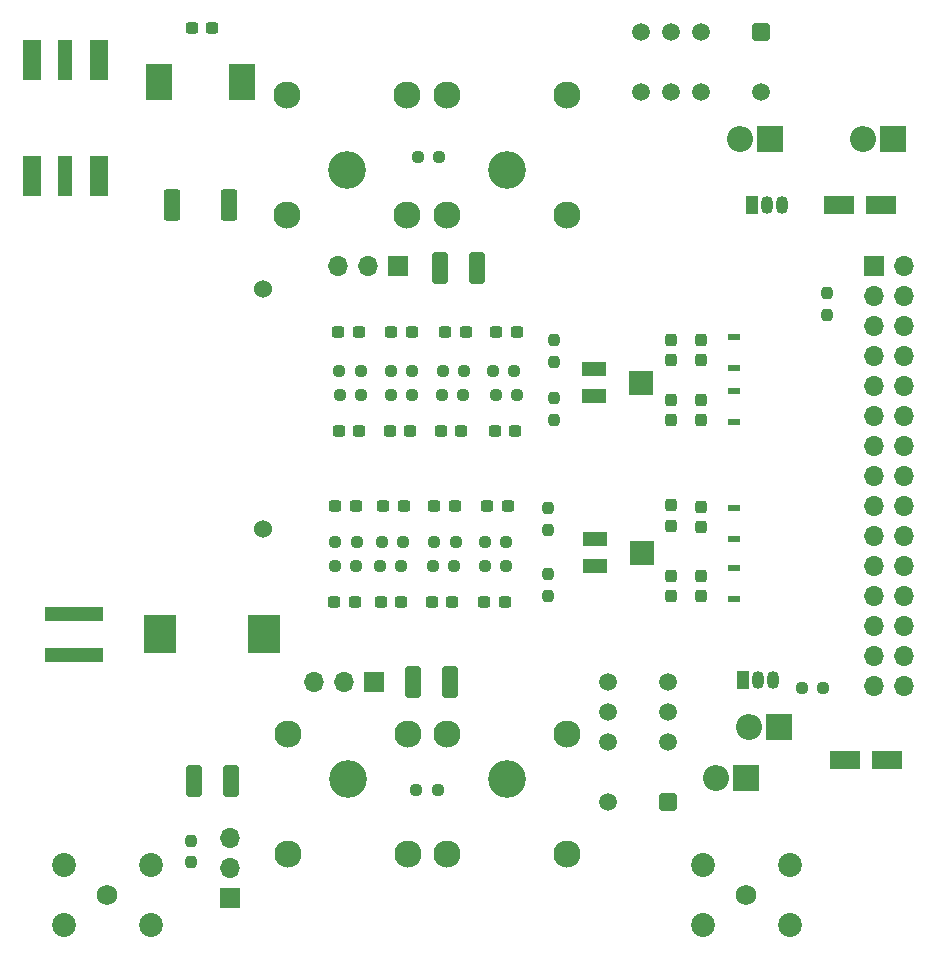
<source format=gts>
%TF.GenerationSoftware,KiCad,Pcbnew,(6.0.9-0)*%
%TF.CreationDate,2023-03-20T13:18:36-04:00*%
%TF.ProjectId,dad_bod_02,6461645f-626f-4645-9f30-322e6b696361,rev?*%
%TF.SameCoordinates,Original*%
%TF.FileFunction,Soldermask,Top*%
%TF.FilePolarity,Negative*%
%FSLAX46Y46*%
G04 Gerber Fmt 4.6, Leading zero omitted, Abs format (unit mm)*
G04 Created by KiCad (PCBNEW (6.0.9-0)) date 2023-03-20 13:18:36*
%MOMM*%
%LPD*%
G01*
G04 APERTURE LIST*
G04 Aperture macros list*
%AMRoundRect*
0 Rectangle with rounded corners*
0 $1 Rounding radius*
0 $2 $3 $4 $5 $6 $7 $8 $9 X,Y pos of 4 corners*
0 Add a 4 corners polygon primitive as box body*
4,1,4,$2,$3,$4,$5,$6,$7,$8,$9,$2,$3,0*
0 Add four circle primitives for the rounded corners*
1,1,$1+$1,$2,$3*
1,1,$1+$1,$4,$5*
1,1,$1+$1,$6,$7*
1,1,$1+$1,$8,$9*
0 Add four rect primitives between the rounded corners*
20,1,$1+$1,$2,$3,$4,$5,0*
20,1,$1+$1,$4,$5,$6,$7,0*
20,1,$1+$1,$6,$7,$8,$9,0*
20,1,$1+$1,$8,$9,$2,$3,0*%
G04 Aperture macros list end*
%ADD10C,1.524000*%
%ADD11RoundRect,0.237500X0.300000X0.237500X-0.300000X0.237500X-0.300000X-0.237500X0.300000X-0.237500X0*%
%ADD12RoundRect,0.250000X-0.412500X-1.100000X0.412500X-1.100000X0.412500X1.100000X-0.412500X1.100000X0*%
%ADD13R,2.500000X1.600000*%
%ADD14RoundRect,0.237500X0.237500X-0.300000X0.237500X0.300000X-0.237500X0.300000X-0.237500X-0.300000X0*%
%ADD15R,1.000000X0.550000*%
%ADD16RoundRect,0.237500X-0.300000X-0.237500X0.300000X-0.237500X0.300000X0.237500X-0.300000X0.237500X0*%
%ADD17R,2.200000X3.150000*%
%ADD18R,2.200000X2.200000*%
%ADD19O,2.200000X2.200000*%
%ADD20C,3.200000*%
%ADD21C,2.300000*%
%ADD22C,1.755000*%
%ADD23C,2.025000*%
%ADD24R,1.700000X1.700000*%
%ADD25O,1.700000X1.700000*%
%ADD26RoundRect,0.250500X-0.499500X0.499500X-0.499500X-0.499500X0.499500X-0.499500X0.499500X0.499500X0*%
%ADD27C,1.500000*%
%ADD28RoundRect,0.250500X0.499500X0.499500X-0.499500X0.499500X-0.499500X-0.499500X0.499500X-0.499500X0*%
%ADD29R,2.000000X1.300000*%
%ADD30R,2.000000X2.000000*%
%ADD31RoundRect,0.237500X0.250000X0.237500X-0.250000X0.237500X-0.250000X-0.237500X0.250000X-0.237500X0*%
%ADD32RoundRect,0.237500X0.237500X-0.250000X0.237500X0.250000X-0.237500X0.250000X-0.237500X-0.250000X0*%
%ADD33RoundRect,0.237500X-0.250000X-0.237500X0.250000X-0.237500X0.250000X0.237500X-0.250000X0.237500X0*%
%ADD34RoundRect,0.237500X-0.237500X0.250000X-0.237500X-0.250000X0.237500X-0.250000X0.237500X0.250000X0*%
%ADD35R,2.750000X3.200000*%
%ADD36R,1.620000X3.375000*%
%ADD37R,1.200000X3.375000*%
%ADD38R,5.000000X1.300000*%
%ADD39R,1.050000X1.500000*%
%ADD40O,1.050000X1.500000*%
%ADD41RoundRect,0.249999X-0.450001X-1.075001X0.450001X-1.075001X0.450001X1.075001X-0.450001X1.075001X0*%
G04 APERTURE END LIST*
D10*
X113538000Y-107696000D03*
X113538000Y-87376000D03*
D11*
X109220000Y-65278000D03*
X107495000Y-65278000D03*
X121359000Y-105764500D03*
X119634000Y-105764500D03*
D12*
X128485500Y-85598000D03*
X131610500Y-85598000D03*
D13*
X162306000Y-80264000D03*
X165806000Y-80264000D03*
X162814000Y-127254000D03*
X166314000Y-127254000D03*
D12*
X126199500Y-120650000D03*
X129324500Y-120650000D03*
D11*
X121616000Y-90977500D03*
X119891000Y-90977500D03*
X126087500Y-90977500D03*
X124362500Y-90977500D03*
X130659500Y-90977500D03*
X128934500Y-90977500D03*
X134977500Y-90977500D03*
X133252500Y-90977500D03*
D14*
X148082000Y-93364000D03*
X148082000Y-91639000D03*
X150622000Y-93364000D03*
X150622000Y-91639000D03*
D15*
X153416000Y-91430500D03*
X153416000Y-94080500D03*
D14*
X148082000Y-98444000D03*
X148082000Y-96719000D03*
X150622000Y-98444000D03*
X150622000Y-96719000D03*
D15*
X153416000Y-96002500D03*
X153416000Y-98652500D03*
D16*
X119941000Y-99359500D03*
X121666000Y-99359500D03*
X124259000Y-99359500D03*
X125984000Y-99359500D03*
X128577000Y-99359500D03*
X130302000Y-99359500D03*
X133149000Y-99359500D03*
X134874000Y-99359500D03*
X119533500Y-113892500D03*
X121258500Y-113892500D03*
D11*
X125423000Y-105764500D03*
X123698000Y-105764500D03*
D16*
X123497000Y-113892500D03*
X125222000Y-113892500D03*
D11*
X129741000Y-105764500D03*
X128016000Y-105764500D03*
D16*
X127815000Y-113892500D03*
X129540000Y-113892500D03*
D11*
X134212500Y-105764500D03*
X132487500Y-105764500D03*
D16*
X132233500Y-113892500D03*
X133958500Y-113892500D03*
D14*
X148082000Y-107389000D03*
X148082000Y-105664000D03*
X148082000Y-113384500D03*
X148082000Y-111659500D03*
X150622000Y-107542500D03*
X150622000Y-105817500D03*
D15*
X153416000Y-105863000D03*
X153416000Y-108513000D03*
X153416000Y-110943000D03*
X153416000Y-113593000D03*
D12*
X107657500Y-129032000D03*
X110782500Y-129032000D03*
D17*
X104704000Y-69850000D03*
X111704000Y-69850000D03*
D18*
X166878000Y-74676000D03*
D19*
X164338000Y-74676000D03*
D18*
X157170234Y-124460000D03*
D19*
X154630234Y-124460000D03*
D18*
X156464000Y-74676000D03*
D19*
X153924000Y-74676000D03*
D18*
X154432000Y-128778000D03*
D19*
X151892000Y-128778000D03*
D20*
X134132000Y-77256000D03*
D21*
X139212000Y-81056000D03*
X139212000Y-70896000D03*
X129052000Y-81056000D03*
X129052000Y-70896000D03*
D20*
X120650000Y-77256000D03*
D21*
X125730000Y-70896000D03*
X125730000Y-81056000D03*
X115570000Y-81056000D03*
X115570000Y-70896000D03*
D20*
X134132000Y-128808000D03*
D21*
X139212000Y-125008000D03*
X129052000Y-125008000D03*
X129052000Y-135168000D03*
X139212000Y-135168000D03*
D20*
X120670000Y-128808000D03*
D21*
X115590000Y-135168000D03*
X125750000Y-135168000D03*
X115590000Y-125008000D03*
X125750000Y-125008000D03*
D22*
X100330000Y-138684000D03*
D23*
X104030000Y-141224000D03*
X104030000Y-136144000D03*
X96630000Y-136144000D03*
X96630000Y-141224000D03*
D24*
X124953000Y-85384000D03*
D25*
X122413000Y-85384000D03*
X119873000Y-85384000D03*
D24*
X122936000Y-120650000D03*
D25*
X120396000Y-120650000D03*
X117856000Y-120650000D03*
D26*
X155629500Y-65604500D03*
D27*
X150549500Y-65604500D03*
X148009500Y-65604500D03*
X145469500Y-65604500D03*
X145469500Y-70684500D03*
X148009500Y-70684500D03*
X150549500Y-70684500D03*
X155629500Y-70684500D03*
D28*
X147755500Y-130810000D03*
D27*
X147755500Y-125730000D03*
X147755500Y-123190000D03*
X147755500Y-120650000D03*
X142675500Y-120650000D03*
X142675500Y-123190000D03*
X142675500Y-125730000D03*
X142675500Y-130810000D03*
D29*
X141510000Y-94145500D03*
D30*
X145510000Y-95295500D03*
D29*
X141510000Y-96445500D03*
D31*
X128420500Y-76200000D03*
X126595500Y-76200000D03*
D32*
X161290000Y-89558500D03*
X161290000Y-87733500D03*
D31*
X160932500Y-121158000D03*
X159107500Y-121158000D03*
X128317000Y-129794000D03*
X126492000Y-129794000D03*
D33*
X119944500Y-94279500D03*
X121769500Y-94279500D03*
X124309500Y-94279500D03*
X126134500Y-94279500D03*
X128731000Y-94279500D03*
X130556000Y-94279500D03*
X132945500Y-94279500D03*
X134770500Y-94279500D03*
D32*
X138176000Y-93519000D03*
X138176000Y-91694000D03*
D33*
X119634000Y-108812500D03*
X121459000Y-108812500D03*
D32*
X138176000Y-98448500D03*
X138176000Y-96623500D03*
D31*
X121816500Y-96311500D03*
X119991500Y-96311500D03*
X126134500Y-96311500D03*
X124309500Y-96311500D03*
X130452500Y-96311500D03*
X128627500Y-96311500D03*
X135024500Y-96311500D03*
X133199500Y-96311500D03*
X121412000Y-110844500D03*
X119587000Y-110844500D03*
X125222000Y-110844500D03*
X123397000Y-110844500D03*
D33*
X128016000Y-108812500D03*
X129841000Y-108812500D03*
D31*
X129690500Y-110844500D03*
X127865500Y-110844500D03*
D33*
X132287000Y-108812500D03*
X134112000Y-108812500D03*
D29*
X141573500Y-108532500D03*
D30*
X145573500Y-109682500D03*
D29*
X141573500Y-110832500D03*
D32*
X137668000Y-107743000D03*
X137668000Y-105918000D03*
D34*
X107442000Y-134065000D03*
X107442000Y-135890000D03*
D35*
X104820000Y-116586000D03*
X113620000Y-116586000D03*
D36*
X93934000Y-77808000D03*
D37*
X96774000Y-77808000D03*
D36*
X99614000Y-77808000D03*
X99614000Y-67988000D03*
D37*
X96774000Y-67988000D03*
D36*
X93934000Y-67988000D03*
D38*
X97536000Y-118336000D03*
X97536000Y-114836000D03*
D14*
X150622000Y-113384500D03*
X150622000Y-111659500D03*
D33*
X123547500Y-108812500D03*
X125372500Y-108812500D03*
D32*
X137668000Y-113331000D03*
X137668000Y-111506000D03*
D31*
X134112000Y-110844500D03*
X132287000Y-110844500D03*
D39*
X154940000Y-80264000D03*
D40*
X156210000Y-80264000D03*
X157480000Y-80264000D03*
D39*
X154178000Y-120502000D03*
D40*
X155448000Y-120502000D03*
X156718000Y-120502000D03*
D24*
X110744000Y-138938000D03*
D25*
X110744000Y-136398000D03*
X110744000Y-133858000D03*
D24*
X165257500Y-85374000D03*
D25*
X167797500Y-85374000D03*
X165257500Y-87914000D03*
X167797500Y-87914000D03*
X165257500Y-90454000D03*
X167797500Y-90454000D03*
X165257500Y-92994000D03*
X167797500Y-92994000D03*
X165257500Y-95534000D03*
X167797500Y-95534000D03*
X165257500Y-98074000D03*
X167797500Y-98074000D03*
X165257500Y-100614000D03*
X167797500Y-100614000D03*
X165257500Y-103154000D03*
X167797500Y-103154000D03*
X165257500Y-105694000D03*
X167797500Y-105694000D03*
X165257500Y-108234000D03*
X167797500Y-108234000D03*
X165257500Y-110774000D03*
X167797500Y-110774000D03*
X165257500Y-113314000D03*
X167797500Y-113314000D03*
X165257500Y-115854000D03*
X167797500Y-115854000D03*
X165257500Y-118394000D03*
X167797500Y-118394000D03*
X165257500Y-120934000D03*
X167797500Y-120934000D03*
D41*
X105804000Y-80264000D03*
X110604000Y-80264000D03*
D22*
X154432500Y-138684000D03*
D23*
X158132500Y-141224000D03*
X158132500Y-136144000D03*
X150732500Y-136144000D03*
X150732500Y-141224000D03*
M02*

</source>
